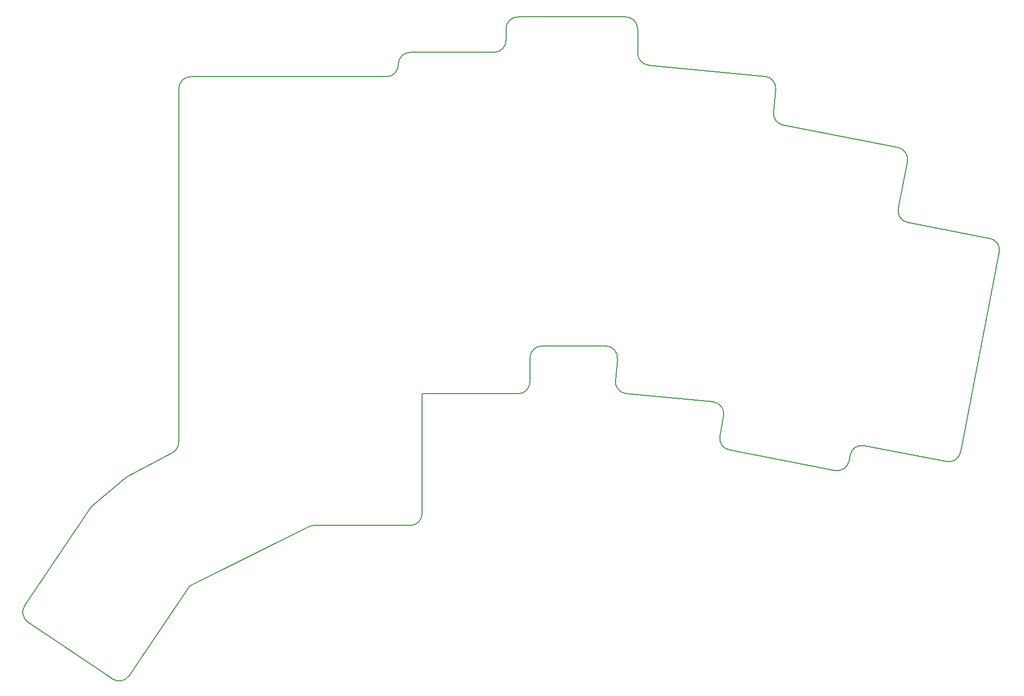
<source format=gbr>
%TF.GenerationSoftware,KiCad,Pcbnew,9.0.6*%
%TF.CreationDate,2025-12-30T20:42:03+01:00*%
%TF.ProjectId,right,72696768-742e-46b6-9963-61645f706362,v1.0.0*%
%TF.SameCoordinates,Original*%
%TF.FileFunction,Profile,NP*%
%FSLAX46Y46*%
G04 Gerber Fmt 4.6, Leading zero omitted, Abs format (unit mm)*
G04 Created by KiCad (PCBNEW 9.0.6) date 2025-12-30 20:42:03*
%MOMM*%
%LPD*%
G01*
G04 APERTURE LIST*
%TA.AperFunction,Profile*%
%ADD10C,0.150000*%
%TD*%
G04 APERTURE END LIST*
D10*
X249302785Y-92533142D02*
G75*
G02*
X247693621Y-90378204I381615J1963242D01*
G01*
X207000009Y-135450006D02*
X207000008Y-131450007D01*
X223072989Y-137404569D02*
G75*
G02*
X221273822Y-135222079I191711J1990869D01*
G01*
X224999997Y-80519073D02*
X225000010Y-76450007D01*
X148300000Y-86450007D02*
G75*
G02*
X150300002Y-84450000I1999900J107D01*
G01*
X188990006Y-157450000D02*
G75*
G02*
X186990002Y-159450006I-2000006J0D01*
G01*
X278949633Y-147194313D02*
X285437138Y-113818984D01*
X139345546Y-151550266D02*
G75*
G02*
X139696214Y-151313060I1289454J-1528434D01*
G01*
X188990006Y-157450000D02*
X188990006Y-139450006D01*
X185000006Y-82450000D02*
G75*
G02*
X183000001Y-84450006I-2000006J0D01*
G01*
X133621299Y-156478731D02*
X122593121Y-172828679D01*
X221618637Y-131641695D02*
X221273888Y-135222085D01*
X268475914Y-96260026D02*
G75*
G02*
X270057576Y-98604906I-381614J-1963274D01*
G01*
X140002909Y-184571733D02*
X149819485Y-170018048D01*
X185000006Y-82450000D02*
X185000005Y-82371005D01*
X133621299Y-156478731D02*
G75*
G02*
X133989773Y-156068426I1657901J-1118269D01*
G01*
X203000005Y-76450004D02*
X203000001Y-78371002D01*
X240312146Y-146814956D02*
X257981429Y-150249523D01*
X207000008Y-131450007D02*
G75*
G02*
X209000016Y-129450008I1999992J7D01*
G01*
X223072989Y-137404569D02*
X237599303Y-138803292D01*
X270112727Y-108802791D02*
G75*
G02*
X268531092Y-106457915I381673J1963291D01*
G01*
X140002909Y-184571733D02*
G75*
G02*
X137226414Y-185111473I-1658109J1118333D01*
G01*
X169978036Y-159660758D02*
G75*
G02*
X170871679Y-159450018I893564J-1789042D01*
G01*
X148300008Y-145536623D02*
G75*
G02*
X147238931Y-147302491I-1999808J-77D01*
G01*
X189000011Y-139449997D02*
X189000008Y-137450009D01*
X262861975Y-146104622D02*
X276604765Y-148775944D01*
X240312146Y-146814956D02*
G75*
G02*
X238730535Y-144470093I381654J1963256D01*
G01*
X150583926Y-169347177D02*
X169978036Y-159660758D01*
X188990006Y-139450006D02*
X189000011Y-139449997D01*
X278949633Y-147194313D02*
G75*
G02*
X276604753Y-148776007I-1963233J381513D01*
G01*
X223000008Y-74450001D02*
X205000004Y-74450002D01*
X237599303Y-138803292D02*
G75*
G02*
X239370874Y-141175704I-191703J-1990808D01*
G01*
X260326292Y-148667884D02*
X260517108Y-147686251D01*
X185000005Y-82371005D02*
G75*
G02*
X187000006Y-80371005I1999995J5D01*
G01*
X226808321Y-82509864D02*
X246261622Y-84383003D01*
X223000008Y-74450001D02*
G75*
G02*
X224999999Y-76450007I-108J-2000099D01*
G01*
X283855507Y-111474112D02*
X270112727Y-108802791D01*
X239370861Y-141175701D02*
X238730495Y-144470085D01*
X149819485Y-170018048D02*
G75*
G02*
X150583922Y-169347171I1657815J-1118052D01*
G01*
X246261621Y-84383003D02*
G75*
G02*
X248060701Y-86565478I-191721J-1990797D01*
G01*
X150300002Y-84450008D02*
X183000001Y-84450003D01*
X260517108Y-147686251D02*
G75*
G02*
X262861965Y-146104672I1963292J-381749D01*
G01*
X148300000Y-86450007D02*
X148300008Y-145536623D01*
X247693606Y-90378203D02*
X248060735Y-86565481D01*
X147238945Y-147302517D02*
X139696218Y-151313067D01*
X260326292Y-148667884D02*
G75*
G02*
X257981423Y-150249554I-1963192J381484D01*
G01*
X249302785Y-92533142D02*
X268475914Y-96260026D01*
X209000016Y-129449997D02*
X219627842Y-129450004D01*
X203000005Y-76450004D02*
G75*
G02*
X205000004Y-74450005I1999895J104D01*
G01*
X170871679Y-159450000D02*
X186990002Y-159450013D01*
X226808321Y-82509864D02*
G75*
G02*
X225000020Y-80519073I191779J1990864D01*
G01*
X203000001Y-78371002D02*
G75*
G02*
X201000006Y-80371001I-2000001J2D01*
G01*
X139345546Y-151550266D02*
X133989764Y-156068415D01*
X268531087Y-106457914D02*
X270057559Y-98604903D01*
X201000006Y-80371000D02*
X187000006Y-80371009D01*
X283855507Y-111474112D02*
G75*
G02*
X285437113Y-113818979I-381707J-1963288D01*
G01*
X189000008Y-137450009D02*
X205000003Y-137450002D01*
X123132812Y-175605147D02*
X137226449Y-185111422D01*
X219627842Y-129450004D02*
G75*
G02*
X221618688Y-131641700I58J-1999996D01*
G01*
X123132812Y-175605147D02*
G75*
G02*
X122593158Y-172828704I1118388J1658047D01*
G01*
X207000009Y-135450006D02*
G75*
G02*
X205000003Y-137450009I-2000009J6D01*
G01*
M02*

</source>
